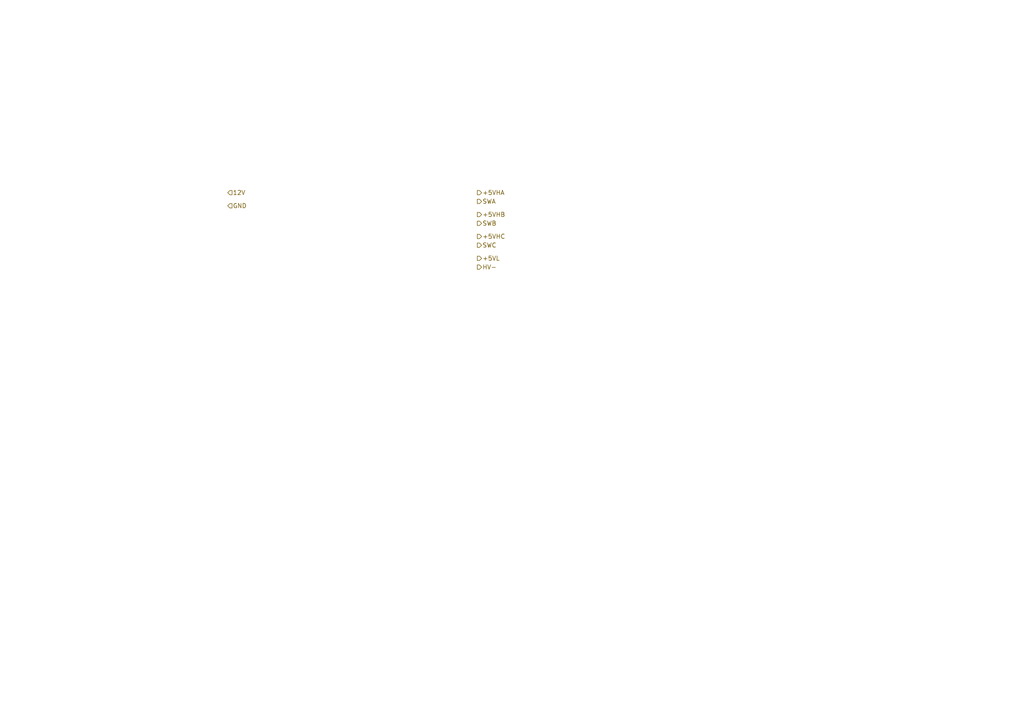
<source format=kicad_sch>
(kicad_sch
	(version 20231120)
	(generator "eeschema")
	(generator_version "8.0")
	(uuid "488882ec-b380-4e3f-9071-4fc2185c9144")
	(paper "A4")
	(lib_symbols)
	(hierarchical_label "GND"
		(shape input)
		(at 66.04 59.69 0)
		(fields_autoplaced yes)
		(effects
			(font
				(size 1.27 1.27)
			)
			(justify left)
		)
		(uuid "0811a8bf-f403-47af-911a-7a6e534828bd")
	)
	(hierarchical_label "SWB"
		(shape output)
		(at 138.43 64.77 0)
		(fields_autoplaced yes)
		(effects
			(font
				(size 1.27 1.27)
			)
			(justify left)
		)
		(uuid "144f27db-01f0-4a95-96e3-2454de823205")
	)
	(hierarchical_label "SWA"
		(shape output)
		(at 138.43 58.42 0)
		(fields_autoplaced yes)
		(effects
			(font
				(size 1.27 1.27)
			)
			(justify left)
		)
		(uuid "3034a01f-96ed-4f77-a31e-303b50adaadf")
	)
	(hierarchical_label "+5VHB"
		(shape output)
		(at 138.43 62.23 0)
		(fields_autoplaced yes)
		(effects
			(font
				(size 1.27 1.27)
			)
			(justify left)
		)
		(uuid "31fa53e9-0438-4fe5-add4-2d5895865496")
	)
	(hierarchical_label "+5VHA"
		(shape output)
		(at 138.43 55.88 0)
		(fields_autoplaced yes)
		(effects
			(font
				(size 1.27 1.27)
			)
			(justify left)
		)
		(uuid "431abfa8-63f8-461d-add0-6e2f7bb6e9e3")
	)
	(hierarchical_label "12V"
		(shape input)
		(at 66.04 55.88 0)
		(fields_autoplaced yes)
		(effects
			(font
				(size 1.27 1.27)
			)
			(justify left)
		)
		(uuid "afc48514-2535-4ea2-a502-4473966f87f3")
	)
	(hierarchical_label "HV-"
		(shape output)
		(at 138.43 77.47 0)
		(fields_autoplaced yes)
		(effects
			(font
				(size 1.27 1.27)
			)
			(justify left)
		)
		(uuid "b948cb6f-ea10-45d2-83f9-955bbc46c3aa")
	)
	(hierarchical_label "+5VHC"
		(shape output)
		(at 138.43 68.58 0)
		(fields_autoplaced yes)
		(effects
			(font
				(size 1.27 1.27)
			)
			(justify left)
		)
		(uuid "c8316bfe-6bd3-49ac-acbc-f959aebb5810")
	)
	(hierarchical_label "+5VL"
		(shape output)
		(at 138.43 74.93 0)
		(fields_autoplaced yes)
		(effects
			(font
				(size 1.27 1.27)
			)
			(justify left)
		)
		(uuid "cce6bc01-df85-4943-bc6e-396d06b2a451")
	)
	(hierarchical_label "SWC"
		(shape output)
		(at 138.43 71.12 0)
		(fields_autoplaced yes)
		(effects
			(font
				(size 1.27 1.27)
			)
			(justify left)
		)
		(uuid "f8dc5214-916c-4123-88ef-1683f085e8c4")
	)
)
</source>
